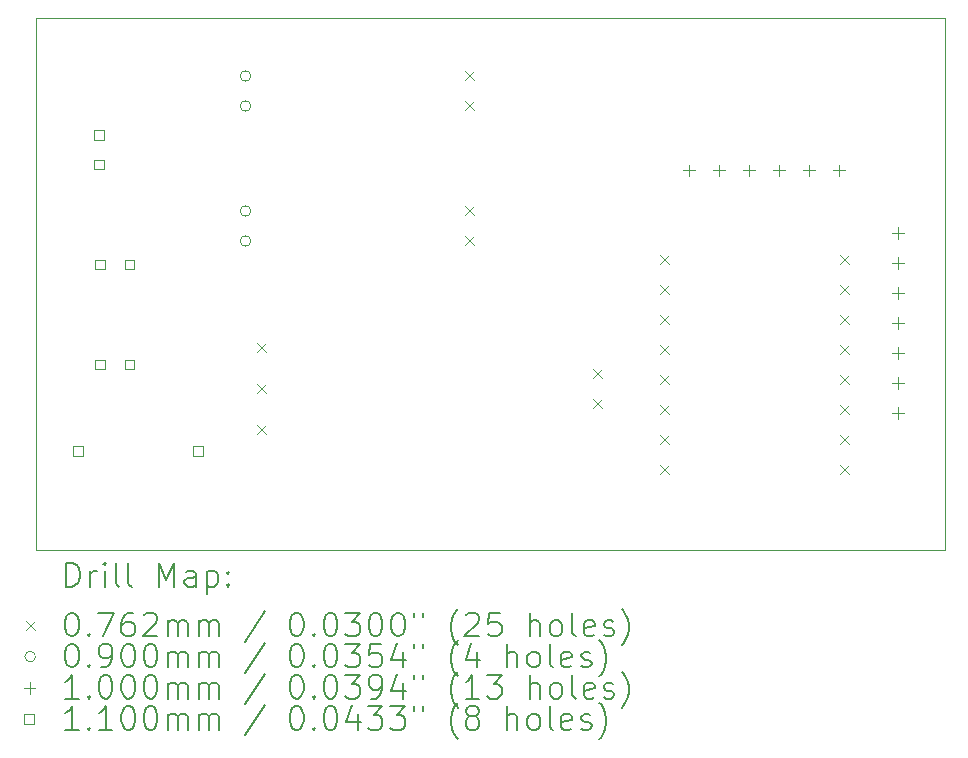
<source format=gbr>
%TF.GenerationSoftware,KiCad,Pcbnew,8.0.8*%
%TF.CreationDate,2025-01-15T16:31:18-08:00*%
%TF.ProjectId,bentroller,62656e74-726f-46c6-9c65-722e6b696361,rev?*%
%TF.SameCoordinates,Original*%
%TF.FileFunction,Drillmap*%
%TF.FilePolarity,Positive*%
%FSLAX45Y45*%
G04 Gerber Fmt 4.5, Leading zero omitted, Abs format (unit mm)*
G04 Created by KiCad (PCBNEW 8.0.8) date 2025-01-15 16:31:18*
%MOMM*%
%LPD*%
G01*
G04 APERTURE LIST*
%ADD10C,0.038100*%
%ADD11C,0.200000*%
%ADD12C,0.100000*%
%ADD13C,0.110000*%
G04 APERTURE END LIST*
D10*
X6450000Y-3810000D02*
X14150000Y-3810000D01*
X14150000Y-8310000D01*
X6450000Y-8310000D01*
X6450000Y-3810000D01*
D11*
D12*
X8321900Y-6558900D02*
X8398100Y-6635100D01*
X8398100Y-6558900D02*
X8321900Y-6635100D01*
X8321900Y-6908900D02*
X8398100Y-6985100D01*
X8398100Y-6908900D02*
X8321900Y-6985100D01*
X8321900Y-7258900D02*
X8398100Y-7335100D01*
X8398100Y-7258900D02*
X8321900Y-7335100D01*
X10088700Y-4261900D02*
X10164900Y-4338100D01*
X10164900Y-4261900D02*
X10088700Y-4338100D01*
X10088700Y-4515900D02*
X10164900Y-4592100D01*
X10164900Y-4515900D02*
X10088700Y-4592100D01*
X10088700Y-5404900D02*
X10164900Y-5481100D01*
X10164900Y-5404900D02*
X10088700Y-5481100D01*
X10088700Y-5658900D02*
X10164900Y-5735100D01*
X10164900Y-5658900D02*
X10088700Y-5735100D01*
X11171900Y-6781900D02*
X11248100Y-6858100D01*
X11248100Y-6781900D02*
X11171900Y-6858100D01*
X11171900Y-7035900D02*
X11248100Y-7112100D01*
X11248100Y-7035900D02*
X11171900Y-7112100D01*
X11737900Y-5811900D02*
X11814100Y-5888100D01*
X11814100Y-5811900D02*
X11737900Y-5888100D01*
X11737900Y-6065900D02*
X11814100Y-6142100D01*
X11814100Y-6065900D02*
X11737900Y-6142100D01*
X11737900Y-6319900D02*
X11814100Y-6396100D01*
X11814100Y-6319900D02*
X11737900Y-6396100D01*
X11737900Y-6573900D02*
X11814100Y-6650100D01*
X11814100Y-6573900D02*
X11737900Y-6650100D01*
X11737900Y-6827900D02*
X11814100Y-6904100D01*
X11814100Y-6827900D02*
X11737900Y-6904100D01*
X11737900Y-7081900D02*
X11814100Y-7158100D01*
X11814100Y-7081900D02*
X11737900Y-7158100D01*
X11737900Y-7335900D02*
X11814100Y-7412100D01*
X11814100Y-7335900D02*
X11737900Y-7412100D01*
X11737900Y-7589900D02*
X11814100Y-7666100D01*
X11814100Y-7589900D02*
X11737900Y-7666100D01*
X13261900Y-5811900D02*
X13338100Y-5888100D01*
X13338100Y-5811900D02*
X13261900Y-5888100D01*
X13261900Y-6065900D02*
X13338100Y-6142100D01*
X13338100Y-6065900D02*
X13261900Y-6142100D01*
X13261900Y-6319900D02*
X13338100Y-6396100D01*
X13338100Y-6319900D02*
X13261900Y-6396100D01*
X13261900Y-6573900D02*
X13338100Y-6650100D01*
X13338100Y-6573900D02*
X13261900Y-6650100D01*
X13261900Y-6827900D02*
X13338100Y-6904100D01*
X13338100Y-6827900D02*
X13261900Y-6904100D01*
X13261900Y-7081900D02*
X13338100Y-7158100D01*
X13338100Y-7081900D02*
X13261900Y-7158100D01*
X13261900Y-7335900D02*
X13338100Y-7412100D01*
X13338100Y-7335900D02*
X13261900Y-7412100D01*
X13261900Y-7589900D02*
X13338100Y-7666100D01*
X13338100Y-7589900D02*
X13261900Y-7666100D01*
X8271800Y-4300000D02*
G75*
G02*
X8181800Y-4300000I-45000J0D01*
G01*
X8181800Y-4300000D02*
G75*
G02*
X8271800Y-4300000I45000J0D01*
G01*
X8271800Y-4554000D02*
G75*
G02*
X8181800Y-4554000I-45000J0D01*
G01*
X8181800Y-4554000D02*
G75*
G02*
X8271800Y-4554000I45000J0D01*
G01*
X8271800Y-5443000D02*
G75*
G02*
X8181800Y-5443000I-45000J0D01*
G01*
X8181800Y-5443000D02*
G75*
G02*
X8271800Y-5443000I45000J0D01*
G01*
X8271800Y-5697000D02*
G75*
G02*
X8181800Y-5697000I-45000J0D01*
G01*
X8181800Y-5697000D02*
G75*
G02*
X8271800Y-5697000I45000J0D01*
G01*
X11984000Y-5050000D02*
X11984000Y-5150000D01*
X11934000Y-5100000D02*
X12034000Y-5100000D01*
X12238000Y-5050000D02*
X12238000Y-5150000D01*
X12188000Y-5100000D02*
X12288000Y-5100000D01*
X12492000Y-5050000D02*
X12492000Y-5150000D01*
X12442000Y-5100000D02*
X12542000Y-5100000D01*
X12746000Y-5050000D02*
X12746000Y-5150000D01*
X12696000Y-5100000D02*
X12796000Y-5100000D01*
X13000000Y-5050000D02*
X13000000Y-5150000D01*
X12950000Y-5100000D02*
X13050000Y-5100000D01*
X13254000Y-5050000D02*
X13254000Y-5150000D01*
X13204000Y-5100000D02*
X13304000Y-5100000D01*
X13750000Y-5580000D02*
X13750000Y-5680000D01*
X13700000Y-5630000D02*
X13800000Y-5630000D01*
X13750000Y-5834000D02*
X13750000Y-5934000D01*
X13700000Y-5884000D02*
X13800000Y-5884000D01*
X13750000Y-6088000D02*
X13750000Y-6188000D01*
X13700000Y-6138000D02*
X13800000Y-6138000D01*
X13750000Y-6342000D02*
X13750000Y-6442000D01*
X13700000Y-6392000D02*
X13800000Y-6392000D01*
X13750000Y-6596000D02*
X13750000Y-6696000D01*
X13700000Y-6646000D02*
X13800000Y-6646000D01*
X13750000Y-6850000D02*
X13750000Y-6950000D01*
X13700000Y-6900000D02*
X13800000Y-6900000D01*
X13750000Y-7104000D02*
X13750000Y-7204000D01*
X13700000Y-7154000D02*
X13800000Y-7154000D01*
D13*
X6847891Y-7513891D02*
X6847891Y-7436109D01*
X6770109Y-7436109D01*
X6770109Y-7513891D01*
X6847891Y-7513891D01*
X7024891Y-4838891D02*
X7024891Y-4761109D01*
X6947109Y-4761109D01*
X6947109Y-4838891D01*
X7024891Y-4838891D01*
X7024891Y-5088891D02*
X7024891Y-5011109D01*
X6947109Y-5011109D01*
X6947109Y-5088891D01*
X7024891Y-5088891D01*
X7032891Y-5938391D02*
X7032891Y-5860609D01*
X6955109Y-5860609D01*
X6955109Y-5938391D01*
X7032891Y-5938391D01*
X7032891Y-6778391D02*
X7032891Y-6700609D01*
X6955109Y-6700609D01*
X6955109Y-6778391D01*
X7032891Y-6778391D01*
X7282891Y-5938391D02*
X7282891Y-5860609D01*
X7205109Y-5860609D01*
X7205109Y-5938391D01*
X7282891Y-5938391D01*
X7282891Y-6778391D02*
X7282891Y-6700609D01*
X7205109Y-6700609D01*
X7205109Y-6778391D01*
X7282891Y-6778391D01*
X7863891Y-7513891D02*
X7863891Y-7436109D01*
X7786109Y-7436109D01*
X7786109Y-7513891D01*
X7863891Y-7513891D01*
D11*
X6708872Y-8623389D02*
X6708872Y-8423389D01*
X6708872Y-8423389D02*
X6756491Y-8423389D01*
X6756491Y-8423389D02*
X6785062Y-8432913D01*
X6785062Y-8432913D02*
X6804110Y-8451960D01*
X6804110Y-8451960D02*
X6813634Y-8471008D01*
X6813634Y-8471008D02*
X6823157Y-8509103D01*
X6823157Y-8509103D02*
X6823157Y-8537675D01*
X6823157Y-8537675D02*
X6813634Y-8575770D01*
X6813634Y-8575770D02*
X6804110Y-8594817D01*
X6804110Y-8594817D02*
X6785062Y-8613865D01*
X6785062Y-8613865D02*
X6756491Y-8623389D01*
X6756491Y-8623389D02*
X6708872Y-8623389D01*
X6908872Y-8623389D02*
X6908872Y-8490055D01*
X6908872Y-8528151D02*
X6918396Y-8509103D01*
X6918396Y-8509103D02*
X6927919Y-8499579D01*
X6927919Y-8499579D02*
X6946967Y-8490055D01*
X6946967Y-8490055D02*
X6966015Y-8490055D01*
X7032681Y-8623389D02*
X7032681Y-8490055D01*
X7032681Y-8423389D02*
X7023157Y-8432913D01*
X7023157Y-8432913D02*
X7032681Y-8442436D01*
X7032681Y-8442436D02*
X7042205Y-8432913D01*
X7042205Y-8432913D02*
X7032681Y-8423389D01*
X7032681Y-8423389D02*
X7032681Y-8442436D01*
X7156491Y-8623389D02*
X7137443Y-8613865D01*
X7137443Y-8613865D02*
X7127919Y-8594817D01*
X7127919Y-8594817D02*
X7127919Y-8423389D01*
X7261253Y-8623389D02*
X7242205Y-8613865D01*
X7242205Y-8613865D02*
X7232681Y-8594817D01*
X7232681Y-8594817D02*
X7232681Y-8423389D01*
X7489824Y-8623389D02*
X7489824Y-8423389D01*
X7489824Y-8423389D02*
X7556491Y-8566246D01*
X7556491Y-8566246D02*
X7623157Y-8423389D01*
X7623157Y-8423389D02*
X7623157Y-8623389D01*
X7804110Y-8623389D02*
X7804110Y-8518627D01*
X7804110Y-8518627D02*
X7794586Y-8499579D01*
X7794586Y-8499579D02*
X7775538Y-8490055D01*
X7775538Y-8490055D02*
X7737443Y-8490055D01*
X7737443Y-8490055D02*
X7718396Y-8499579D01*
X7804110Y-8613865D02*
X7785062Y-8623389D01*
X7785062Y-8623389D02*
X7737443Y-8623389D01*
X7737443Y-8623389D02*
X7718396Y-8613865D01*
X7718396Y-8613865D02*
X7708872Y-8594817D01*
X7708872Y-8594817D02*
X7708872Y-8575770D01*
X7708872Y-8575770D02*
X7718396Y-8556722D01*
X7718396Y-8556722D02*
X7737443Y-8547198D01*
X7737443Y-8547198D02*
X7785062Y-8547198D01*
X7785062Y-8547198D02*
X7804110Y-8537675D01*
X7899348Y-8490055D02*
X7899348Y-8690055D01*
X7899348Y-8499579D02*
X7918396Y-8490055D01*
X7918396Y-8490055D02*
X7956491Y-8490055D01*
X7956491Y-8490055D02*
X7975538Y-8499579D01*
X7975538Y-8499579D02*
X7985062Y-8509103D01*
X7985062Y-8509103D02*
X7994586Y-8528151D01*
X7994586Y-8528151D02*
X7994586Y-8585294D01*
X7994586Y-8585294D02*
X7985062Y-8604341D01*
X7985062Y-8604341D02*
X7975538Y-8613865D01*
X7975538Y-8613865D02*
X7956491Y-8623389D01*
X7956491Y-8623389D02*
X7918396Y-8623389D01*
X7918396Y-8623389D02*
X7899348Y-8613865D01*
X8080300Y-8604341D02*
X8089824Y-8613865D01*
X8089824Y-8613865D02*
X8080300Y-8623389D01*
X8080300Y-8623389D02*
X8070777Y-8613865D01*
X8070777Y-8613865D02*
X8080300Y-8604341D01*
X8080300Y-8604341D02*
X8080300Y-8623389D01*
X8080300Y-8499579D02*
X8089824Y-8509103D01*
X8089824Y-8509103D02*
X8080300Y-8518627D01*
X8080300Y-8518627D02*
X8070777Y-8509103D01*
X8070777Y-8509103D02*
X8080300Y-8499579D01*
X8080300Y-8499579D02*
X8080300Y-8518627D01*
D12*
X6371895Y-8913805D02*
X6448095Y-8990005D01*
X6448095Y-8913805D02*
X6371895Y-8990005D01*
D11*
X6746967Y-8843389D02*
X6766015Y-8843389D01*
X6766015Y-8843389D02*
X6785062Y-8852913D01*
X6785062Y-8852913D02*
X6794586Y-8862436D01*
X6794586Y-8862436D02*
X6804110Y-8881484D01*
X6804110Y-8881484D02*
X6813634Y-8919579D01*
X6813634Y-8919579D02*
X6813634Y-8967198D01*
X6813634Y-8967198D02*
X6804110Y-9005294D01*
X6804110Y-9005294D02*
X6794586Y-9024341D01*
X6794586Y-9024341D02*
X6785062Y-9033865D01*
X6785062Y-9033865D02*
X6766015Y-9043389D01*
X6766015Y-9043389D02*
X6746967Y-9043389D01*
X6746967Y-9043389D02*
X6727919Y-9033865D01*
X6727919Y-9033865D02*
X6718396Y-9024341D01*
X6718396Y-9024341D02*
X6708872Y-9005294D01*
X6708872Y-9005294D02*
X6699348Y-8967198D01*
X6699348Y-8967198D02*
X6699348Y-8919579D01*
X6699348Y-8919579D02*
X6708872Y-8881484D01*
X6708872Y-8881484D02*
X6718396Y-8862436D01*
X6718396Y-8862436D02*
X6727919Y-8852913D01*
X6727919Y-8852913D02*
X6746967Y-8843389D01*
X6899348Y-9024341D02*
X6908872Y-9033865D01*
X6908872Y-9033865D02*
X6899348Y-9043389D01*
X6899348Y-9043389D02*
X6889824Y-9033865D01*
X6889824Y-9033865D02*
X6899348Y-9024341D01*
X6899348Y-9024341D02*
X6899348Y-9043389D01*
X6975538Y-8843389D02*
X7108872Y-8843389D01*
X7108872Y-8843389D02*
X7023157Y-9043389D01*
X7270777Y-8843389D02*
X7232681Y-8843389D01*
X7232681Y-8843389D02*
X7213634Y-8852913D01*
X7213634Y-8852913D02*
X7204110Y-8862436D01*
X7204110Y-8862436D02*
X7185062Y-8891008D01*
X7185062Y-8891008D02*
X7175538Y-8929103D01*
X7175538Y-8929103D02*
X7175538Y-9005294D01*
X7175538Y-9005294D02*
X7185062Y-9024341D01*
X7185062Y-9024341D02*
X7194586Y-9033865D01*
X7194586Y-9033865D02*
X7213634Y-9043389D01*
X7213634Y-9043389D02*
X7251729Y-9043389D01*
X7251729Y-9043389D02*
X7270777Y-9033865D01*
X7270777Y-9033865D02*
X7280300Y-9024341D01*
X7280300Y-9024341D02*
X7289824Y-9005294D01*
X7289824Y-9005294D02*
X7289824Y-8957675D01*
X7289824Y-8957675D02*
X7280300Y-8938627D01*
X7280300Y-8938627D02*
X7270777Y-8929103D01*
X7270777Y-8929103D02*
X7251729Y-8919579D01*
X7251729Y-8919579D02*
X7213634Y-8919579D01*
X7213634Y-8919579D02*
X7194586Y-8929103D01*
X7194586Y-8929103D02*
X7185062Y-8938627D01*
X7185062Y-8938627D02*
X7175538Y-8957675D01*
X7366015Y-8862436D02*
X7375538Y-8852913D01*
X7375538Y-8852913D02*
X7394586Y-8843389D01*
X7394586Y-8843389D02*
X7442205Y-8843389D01*
X7442205Y-8843389D02*
X7461253Y-8852913D01*
X7461253Y-8852913D02*
X7470777Y-8862436D01*
X7470777Y-8862436D02*
X7480300Y-8881484D01*
X7480300Y-8881484D02*
X7480300Y-8900532D01*
X7480300Y-8900532D02*
X7470777Y-8929103D01*
X7470777Y-8929103D02*
X7356491Y-9043389D01*
X7356491Y-9043389D02*
X7480300Y-9043389D01*
X7566015Y-9043389D02*
X7566015Y-8910055D01*
X7566015Y-8929103D02*
X7575538Y-8919579D01*
X7575538Y-8919579D02*
X7594586Y-8910055D01*
X7594586Y-8910055D02*
X7623158Y-8910055D01*
X7623158Y-8910055D02*
X7642205Y-8919579D01*
X7642205Y-8919579D02*
X7651729Y-8938627D01*
X7651729Y-8938627D02*
X7651729Y-9043389D01*
X7651729Y-8938627D02*
X7661253Y-8919579D01*
X7661253Y-8919579D02*
X7680300Y-8910055D01*
X7680300Y-8910055D02*
X7708872Y-8910055D01*
X7708872Y-8910055D02*
X7727919Y-8919579D01*
X7727919Y-8919579D02*
X7737443Y-8938627D01*
X7737443Y-8938627D02*
X7737443Y-9043389D01*
X7832681Y-9043389D02*
X7832681Y-8910055D01*
X7832681Y-8929103D02*
X7842205Y-8919579D01*
X7842205Y-8919579D02*
X7861253Y-8910055D01*
X7861253Y-8910055D02*
X7889824Y-8910055D01*
X7889824Y-8910055D02*
X7908872Y-8919579D01*
X7908872Y-8919579D02*
X7918396Y-8938627D01*
X7918396Y-8938627D02*
X7918396Y-9043389D01*
X7918396Y-8938627D02*
X7927919Y-8919579D01*
X7927919Y-8919579D02*
X7946967Y-8910055D01*
X7946967Y-8910055D02*
X7975538Y-8910055D01*
X7975538Y-8910055D02*
X7994586Y-8919579D01*
X7994586Y-8919579D02*
X8004110Y-8938627D01*
X8004110Y-8938627D02*
X8004110Y-9043389D01*
X8394586Y-8833865D02*
X8223158Y-9091008D01*
X8651729Y-8843389D02*
X8670777Y-8843389D01*
X8670777Y-8843389D02*
X8689824Y-8852913D01*
X8689824Y-8852913D02*
X8699348Y-8862436D01*
X8699348Y-8862436D02*
X8708872Y-8881484D01*
X8708872Y-8881484D02*
X8718396Y-8919579D01*
X8718396Y-8919579D02*
X8718396Y-8967198D01*
X8718396Y-8967198D02*
X8708872Y-9005294D01*
X8708872Y-9005294D02*
X8699348Y-9024341D01*
X8699348Y-9024341D02*
X8689824Y-9033865D01*
X8689824Y-9033865D02*
X8670777Y-9043389D01*
X8670777Y-9043389D02*
X8651729Y-9043389D01*
X8651729Y-9043389D02*
X8632682Y-9033865D01*
X8632682Y-9033865D02*
X8623158Y-9024341D01*
X8623158Y-9024341D02*
X8613634Y-9005294D01*
X8613634Y-9005294D02*
X8604110Y-8967198D01*
X8604110Y-8967198D02*
X8604110Y-8919579D01*
X8604110Y-8919579D02*
X8613634Y-8881484D01*
X8613634Y-8881484D02*
X8623158Y-8862436D01*
X8623158Y-8862436D02*
X8632682Y-8852913D01*
X8632682Y-8852913D02*
X8651729Y-8843389D01*
X8804110Y-9024341D02*
X8813634Y-9033865D01*
X8813634Y-9033865D02*
X8804110Y-9043389D01*
X8804110Y-9043389D02*
X8794586Y-9033865D01*
X8794586Y-9033865D02*
X8804110Y-9024341D01*
X8804110Y-9024341D02*
X8804110Y-9043389D01*
X8937443Y-8843389D02*
X8956491Y-8843389D01*
X8956491Y-8843389D02*
X8975539Y-8852913D01*
X8975539Y-8852913D02*
X8985063Y-8862436D01*
X8985063Y-8862436D02*
X8994586Y-8881484D01*
X8994586Y-8881484D02*
X9004110Y-8919579D01*
X9004110Y-8919579D02*
X9004110Y-8967198D01*
X9004110Y-8967198D02*
X8994586Y-9005294D01*
X8994586Y-9005294D02*
X8985063Y-9024341D01*
X8985063Y-9024341D02*
X8975539Y-9033865D01*
X8975539Y-9033865D02*
X8956491Y-9043389D01*
X8956491Y-9043389D02*
X8937443Y-9043389D01*
X8937443Y-9043389D02*
X8918396Y-9033865D01*
X8918396Y-9033865D02*
X8908872Y-9024341D01*
X8908872Y-9024341D02*
X8899348Y-9005294D01*
X8899348Y-9005294D02*
X8889824Y-8967198D01*
X8889824Y-8967198D02*
X8889824Y-8919579D01*
X8889824Y-8919579D02*
X8899348Y-8881484D01*
X8899348Y-8881484D02*
X8908872Y-8862436D01*
X8908872Y-8862436D02*
X8918396Y-8852913D01*
X8918396Y-8852913D02*
X8937443Y-8843389D01*
X9070777Y-8843389D02*
X9194586Y-8843389D01*
X9194586Y-8843389D02*
X9127920Y-8919579D01*
X9127920Y-8919579D02*
X9156491Y-8919579D01*
X9156491Y-8919579D02*
X9175539Y-8929103D01*
X9175539Y-8929103D02*
X9185063Y-8938627D01*
X9185063Y-8938627D02*
X9194586Y-8957675D01*
X9194586Y-8957675D02*
X9194586Y-9005294D01*
X9194586Y-9005294D02*
X9185063Y-9024341D01*
X9185063Y-9024341D02*
X9175539Y-9033865D01*
X9175539Y-9033865D02*
X9156491Y-9043389D01*
X9156491Y-9043389D02*
X9099348Y-9043389D01*
X9099348Y-9043389D02*
X9080301Y-9033865D01*
X9080301Y-9033865D02*
X9070777Y-9024341D01*
X9318396Y-8843389D02*
X9337444Y-8843389D01*
X9337444Y-8843389D02*
X9356491Y-8852913D01*
X9356491Y-8852913D02*
X9366015Y-8862436D01*
X9366015Y-8862436D02*
X9375539Y-8881484D01*
X9375539Y-8881484D02*
X9385063Y-8919579D01*
X9385063Y-8919579D02*
X9385063Y-8967198D01*
X9385063Y-8967198D02*
X9375539Y-9005294D01*
X9375539Y-9005294D02*
X9366015Y-9024341D01*
X9366015Y-9024341D02*
X9356491Y-9033865D01*
X9356491Y-9033865D02*
X9337444Y-9043389D01*
X9337444Y-9043389D02*
X9318396Y-9043389D01*
X9318396Y-9043389D02*
X9299348Y-9033865D01*
X9299348Y-9033865D02*
X9289824Y-9024341D01*
X9289824Y-9024341D02*
X9280301Y-9005294D01*
X9280301Y-9005294D02*
X9270777Y-8967198D01*
X9270777Y-8967198D02*
X9270777Y-8919579D01*
X9270777Y-8919579D02*
X9280301Y-8881484D01*
X9280301Y-8881484D02*
X9289824Y-8862436D01*
X9289824Y-8862436D02*
X9299348Y-8852913D01*
X9299348Y-8852913D02*
X9318396Y-8843389D01*
X9508872Y-8843389D02*
X9527920Y-8843389D01*
X9527920Y-8843389D02*
X9546967Y-8852913D01*
X9546967Y-8852913D02*
X9556491Y-8862436D01*
X9556491Y-8862436D02*
X9566015Y-8881484D01*
X9566015Y-8881484D02*
X9575539Y-8919579D01*
X9575539Y-8919579D02*
X9575539Y-8967198D01*
X9575539Y-8967198D02*
X9566015Y-9005294D01*
X9566015Y-9005294D02*
X9556491Y-9024341D01*
X9556491Y-9024341D02*
X9546967Y-9033865D01*
X9546967Y-9033865D02*
X9527920Y-9043389D01*
X9527920Y-9043389D02*
X9508872Y-9043389D01*
X9508872Y-9043389D02*
X9489824Y-9033865D01*
X9489824Y-9033865D02*
X9480301Y-9024341D01*
X9480301Y-9024341D02*
X9470777Y-9005294D01*
X9470777Y-9005294D02*
X9461253Y-8967198D01*
X9461253Y-8967198D02*
X9461253Y-8919579D01*
X9461253Y-8919579D02*
X9470777Y-8881484D01*
X9470777Y-8881484D02*
X9480301Y-8862436D01*
X9480301Y-8862436D02*
X9489824Y-8852913D01*
X9489824Y-8852913D02*
X9508872Y-8843389D01*
X9651729Y-8843389D02*
X9651729Y-8881484D01*
X9727920Y-8843389D02*
X9727920Y-8881484D01*
X10023158Y-9119579D02*
X10013634Y-9110055D01*
X10013634Y-9110055D02*
X9994586Y-9081484D01*
X9994586Y-9081484D02*
X9985063Y-9062436D01*
X9985063Y-9062436D02*
X9975539Y-9033865D01*
X9975539Y-9033865D02*
X9966015Y-8986246D01*
X9966015Y-8986246D02*
X9966015Y-8948151D01*
X9966015Y-8948151D02*
X9975539Y-8900532D01*
X9975539Y-8900532D02*
X9985063Y-8871960D01*
X9985063Y-8871960D02*
X9994586Y-8852913D01*
X9994586Y-8852913D02*
X10013634Y-8824341D01*
X10013634Y-8824341D02*
X10023158Y-8814817D01*
X10089825Y-8862436D02*
X10099348Y-8852913D01*
X10099348Y-8852913D02*
X10118396Y-8843389D01*
X10118396Y-8843389D02*
X10166015Y-8843389D01*
X10166015Y-8843389D02*
X10185063Y-8852913D01*
X10185063Y-8852913D02*
X10194586Y-8862436D01*
X10194586Y-8862436D02*
X10204110Y-8881484D01*
X10204110Y-8881484D02*
X10204110Y-8900532D01*
X10204110Y-8900532D02*
X10194586Y-8929103D01*
X10194586Y-8929103D02*
X10080301Y-9043389D01*
X10080301Y-9043389D02*
X10204110Y-9043389D01*
X10385063Y-8843389D02*
X10289825Y-8843389D01*
X10289825Y-8843389D02*
X10280301Y-8938627D01*
X10280301Y-8938627D02*
X10289825Y-8929103D01*
X10289825Y-8929103D02*
X10308872Y-8919579D01*
X10308872Y-8919579D02*
X10356491Y-8919579D01*
X10356491Y-8919579D02*
X10375539Y-8929103D01*
X10375539Y-8929103D02*
X10385063Y-8938627D01*
X10385063Y-8938627D02*
X10394586Y-8957675D01*
X10394586Y-8957675D02*
X10394586Y-9005294D01*
X10394586Y-9005294D02*
X10385063Y-9024341D01*
X10385063Y-9024341D02*
X10375539Y-9033865D01*
X10375539Y-9033865D02*
X10356491Y-9043389D01*
X10356491Y-9043389D02*
X10308872Y-9043389D01*
X10308872Y-9043389D02*
X10289825Y-9033865D01*
X10289825Y-9033865D02*
X10280301Y-9024341D01*
X10632682Y-9043389D02*
X10632682Y-8843389D01*
X10718396Y-9043389D02*
X10718396Y-8938627D01*
X10718396Y-8938627D02*
X10708872Y-8919579D01*
X10708872Y-8919579D02*
X10689825Y-8910055D01*
X10689825Y-8910055D02*
X10661253Y-8910055D01*
X10661253Y-8910055D02*
X10642206Y-8919579D01*
X10642206Y-8919579D02*
X10632682Y-8929103D01*
X10842206Y-9043389D02*
X10823158Y-9033865D01*
X10823158Y-9033865D02*
X10813634Y-9024341D01*
X10813634Y-9024341D02*
X10804110Y-9005294D01*
X10804110Y-9005294D02*
X10804110Y-8948151D01*
X10804110Y-8948151D02*
X10813634Y-8929103D01*
X10813634Y-8929103D02*
X10823158Y-8919579D01*
X10823158Y-8919579D02*
X10842206Y-8910055D01*
X10842206Y-8910055D02*
X10870777Y-8910055D01*
X10870777Y-8910055D02*
X10889825Y-8919579D01*
X10889825Y-8919579D02*
X10899348Y-8929103D01*
X10899348Y-8929103D02*
X10908872Y-8948151D01*
X10908872Y-8948151D02*
X10908872Y-9005294D01*
X10908872Y-9005294D02*
X10899348Y-9024341D01*
X10899348Y-9024341D02*
X10889825Y-9033865D01*
X10889825Y-9033865D02*
X10870777Y-9043389D01*
X10870777Y-9043389D02*
X10842206Y-9043389D01*
X11023158Y-9043389D02*
X11004110Y-9033865D01*
X11004110Y-9033865D02*
X10994587Y-9014817D01*
X10994587Y-9014817D02*
X10994587Y-8843389D01*
X11175539Y-9033865D02*
X11156491Y-9043389D01*
X11156491Y-9043389D02*
X11118396Y-9043389D01*
X11118396Y-9043389D02*
X11099348Y-9033865D01*
X11099348Y-9033865D02*
X11089825Y-9014817D01*
X11089825Y-9014817D02*
X11089825Y-8938627D01*
X11089825Y-8938627D02*
X11099348Y-8919579D01*
X11099348Y-8919579D02*
X11118396Y-8910055D01*
X11118396Y-8910055D02*
X11156491Y-8910055D01*
X11156491Y-8910055D02*
X11175539Y-8919579D01*
X11175539Y-8919579D02*
X11185063Y-8938627D01*
X11185063Y-8938627D02*
X11185063Y-8957675D01*
X11185063Y-8957675D02*
X11089825Y-8976722D01*
X11261253Y-9033865D02*
X11280301Y-9043389D01*
X11280301Y-9043389D02*
X11318396Y-9043389D01*
X11318396Y-9043389D02*
X11337444Y-9033865D01*
X11337444Y-9033865D02*
X11346967Y-9014817D01*
X11346967Y-9014817D02*
X11346967Y-9005294D01*
X11346967Y-9005294D02*
X11337444Y-8986246D01*
X11337444Y-8986246D02*
X11318396Y-8976722D01*
X11318396Y-8976722D02*
X11289825Y-8976722D01*
X11289825Y-8976722D02*
X11270777Y-8967198D01*
X11270777Y-8967198D02*
X11261253Y-8948151D01*
X11261253Y-8948151D02*
X11261253Y-8938627D01*
X11261253Y-8938627D02*
X11270777Y-8919579D01*
X11270777Y-8919579D02*
X11289825Y-8910055D01*
X11289825Y-8910055D02*
X11318396Y-8910055D01*
X11318396Y-8910055D02*
X11337444Y-8919579D01*
X11413634Y-9119579D02*
X11423158Y-9110055D01*
X11423158Y-9110055D02*
X11442206Y-9081484D01*
X11442206Y-9081484D02*
X11451729Y-9062436D01*
X11451729Y-9062436D02*
X11461253Y-9033865D01*
X11461253Y-9033865D02*
X11470777Y-8986246D01*
X11470777Y-8986246D02*
X11470777Y-8948151D01*
X11470777Y-8948151D02*
X11461253Y-8900532D01*
X11461253Y-8900532D02*
X11451729Y-8871960D01*
X11451729Y-8871960D02*
X11442206Y-8852913D01*
X11442206Y-8852913D02*
X11423158Y-8824341D01*
X11423158Y-8824341D02*
X11413634Y-8814817D01*
D12*
X6448095Y-9215905D02*
G75*
G02*
X6358095Y-9215905I-45000J0D01*
G01*
X6358095Y-9215905D02*
G75*
G02*
X6448095Y-9215905I45000J0D01*
G01*
D11*
X6746967Y-9107389D02*
X6766015Y-9107389D01*
X6766015Y-9107389D02*
X6785062Y-9116913D01*
X6785062Y-9116913D02*
X6794586Y-9126436D01*
X6794586Y-9126436D02*
X6804110Y-9145484D01*
X6804110Y-9145484D02*
X6813634Y-9183579D01*
X6813634Y-9183579D02*
X6813634Y-9231198D01*
X6813634Y-9231198D02*
X6804110Y-9269294D01*
X6804110Y-9269294D02*
X6794586Y-9288341D01*
X6794586Y-9288341D02*
X6785062Y-9297865D01*
X6785062Y-9297865D02*
X6766015Y-9307389D01*
X6766015Y-9307389D02*
X6746967Y-9307389D01*
X6746967Y-9307389D02*
X6727919Y-9297865D01*
X6727919Y-9297865D02*
X6718396Y-9288341D01*
X6718396Y-9288341D02*
X6708872Y-9269294D01*
X6708872Y-9269294D02*
X6699348Y-9231198D01*
X6699348Y-9231198D02*
X6699348Y-9183579D01*
X6699348Y-9183579D02*
X6708872Y-9145484D01*
X6708872Y-9145484D02*
X6718396Y-9126436D01*
X6718396Y-9126436D02*
X6727919Y-9116913D01*
X6727919Y-9116913D02*
X6746967Y-9107389D01*
X6899348Y-9288341D02*
X6908872Y-9297865D01*
X6908872Y-9297865D02*
X6899348Y-9307389D01*
X6899348Y-9307389D02*
X6889824Y-9297865D01*
X6889824Y-9297865D02*
X6899348Y-9288341D01*
X6899348Y-9288341D02*
X6899348Y-9307389D01*
X7004110Y-9307389D02*
X7042205Y-9307389D01*
X7042205Y-9307389D02*
X7061253Y-9297865D01*
X7061253Y-9297865D02*
X7070777Y-9288341D01*
X7070777Y-9288341D02*
X7089824Y-9259770D01*
X7089824Y-9259770D02*
X7099348Y-9221675D01*
X7099348Y-9221675D02*
X7099348Y-9145484D01*
X7099348Y-9145484D02*
X7089824Y-9126436D01*
X7089824Y-9126436D02*
X7080300Y-9116913D01*
X7080300Y-9116913D02*
X7061253Y-9107389D01*
X7061253Y-9107389D02*
X7023157Y-9107389D01*
X7023157Y-9107389D02*
X7004110Y-9116913D01*
X7004110Y-9116913D02*
X6994586Y-9126436D01*
X6994586Y-9126436D02*
X6985062Y-9145484D01*
X6985062Y-9145484D02*
X6985062Y-9193103D01*
X6985062Y-9193103D02*
X6994586Y-9212151D01*
X6994586Y-9212151D02*
X7004110Y-9221675D01*
X7004110Y-9221675D02*
X7023157Y-9231198D01*
X7023157Y-9231198D02*
X7061253Y-9231198D01*
X7061253Y-9231198D02*
X7080300Y-9221675D01*
X7080300Y-9221675D02*
X7089824Y-9212151D01*
X7089824Y-9212151D02*
X7099348Y-9193103D01*
X7223157Y-9107389D02*
X7242205Y-9107389D01*
X7242205Y-9107389D02*
X7261253Y-9116913D01*
X7261253Y-9116913D02*
X7270777Y-9126436D01*
X7270777Y-9126436D02*
X7280300Y-9145484D01*
X7280300Y-9145484D02*
X7289824Y-9183579D01*
X7289824Y-9183579D02*
X7289824Y-9231198D01*
X7289824Y-9231198D02*
X7280300Y-9269294D01*
X7280300Y-9269294D02*
X7270777Y-9288341D01*
X7270777Y-9288341D02*
X7261253Y-9297865D01*
X7261253Y-9297865D02*
X7242205Y-9307389D01*
X7242205Y-9307389D02*
X7223157Y-9307389D01*
X7223157Y-9307389D02*
X7204110Y-9297865D01*
X7204110Y-9297865D02*
X7194586Y-9288341D01*
X7194586Y-9288341D02*
X7185062Y-9269294D01*
X7185062Y-9269294D02*
X7175538Y-9231198D01*
X7175538Y-9231198D02*
X7175538Y-9183579D01*
X7175538Y-9183579D02*
X7185062Y-9145484D01*
X7185062Y-9145484D02*
X7194586Y-9126436D01*
X7194586Y-9126436D02*
X7204110Y-9116913D01*
X7204110Y-9116913D02*
X7223157Y-9107389D01*
X7413634Y-9107389D02*
X7432681Y-9107389D01*
X7432681Y-9107389D02*
X7451729Y-9116913D01*
X7451729Y-9116913D02*
X7461253Y-9126436D01*
X7461253Y-9126436D02*
X7470777Y-9145484D01*
X7470777Y-9145484D02*
X7480300Y-9183579D01*
X7480300Y-9183579D02*
X7480300Y-9231198D01*
X7480300Y-9231198D02*
X7470777Y-9269294D01*
X7470777Y-9269294D02*
X7461253Y-9288341D01*
X7461253Y-9288341D02*
X7451729Y-9297865D01*
X7451729Y-9297865D02*
X7432681Y-9307389D01*
X7432681Y-9307389D02*
X7413634Y-9307389D01*
X7413634Y-9307389D02*
X7394586Y-9297865D01*
X7394586Y-9297865D02*
X7385062Y-9288341D01*
X7385062Y-9288341D02*
X7375538Y-9269294D01*
X7375538Y-9269294D02*
X7366015Y-9231198D01*
X7366015Y-9231198D02*
X7366015Y-9183579D01*
X7366015Y-9183579D02*
X7375538Y-9145484D01*
X7375538Y-9145484D02*
X7385062Y-9126436D01*
X7385062Y-9126436D02*
X7394586Y-9116913D01*
X7394586Y-9116913D02*
X7413634Y-9107389D01*
X7566015Y-9307389D02*
X7566015Y-9174055D01*
X7566015Y-9193103D02*
X7575538Y-9183579D01*
X7575538Y-9183579D02*
X7594586Y-9174055D01*
X7594586Y-9174055D02*
X7623158Y-9174055D01*
X7623158Y-9174055D02*
X7642205Y-9183579D01*
X7642205Y-9183579D02*
X7651729Y-9202627D01*
X7651729Y-9202627D02*
X7651729Y-9307389D01*
X7651729Y-9202627D02*
X7661253Y-9183579D01*
X7661253Y-9183579D02*
X7680300Y-9174055D01*
X7680300Y-9174055D02*
X7708872Y-9174055D01*
X7708872Y-9174055D02*
X7727919Y-9183579D01*
X7727919Y-9183579D02*
X7737443Y-9202627D01*
X7737443Y-9202627D02*
X7737443Y-9307389D01*
X7832681Y-9307389D02*
X7832681Y-9174055D01*
X7832681Y-9193103D02*
X7842205Y-9183579D01*
X7842205Y-9183579D02*
X7861253Y-9174055D01*
X7861253Y-9174055D02*
X7889824Y-9174055D01*
X7889824Y-9174055D02*
X7908872Y-9183579D01*
X7908872Y-9183579D02*
X7918396Y-9202627D01*
X7918396Y-9202627D02*
X7918396Y-9307389D01*
X7918396Y-9202627D02*
X7927919Y-9183579D01*
X7927919Y-9183579D02*
X7946967Y-9174055D01*
X7946967Y-9174055D02*
X7975538Y-9174055D01*
X7975538Y-9174055D02*
X7994586Y-9183579D01*
X7994586Y-9183579D02*
X8004110Y-9202627D01*
X8004110Y-9202627D02*
X8004110Y-9307389D01*
X8394586Y-9097865D02*
X8223158Y-9355008D01*
X8651729Y-9107389D02*
X8670777Y-9107389D01*
X8670777Y-9107389D02*
X8689824Y-9116913D01*
X8689824Y-9116913D02*
X8699348Y-9126436D01*
X8699348Y-9126436D02*
X8708872Y-9145484D01*
X8708872Y-9145484D02*
X8718396Y-9183579D01*
X8718396Y-9183579D02*
X8718396Y-9231198D01*
X8718396Y-9231198D02*
X8708872Y-9269294D01*
X8708872Y-9269294D02*
X8699348Y-9288341D01*
X8699348Y-9288341D02*
X8689824Y-9297865D01*
X8689824Y-9297865D02*
X8670777Y-9307389D01*
X8670777Y-9307389D02*
X8651729Y-9307389D01*
X8651729Y-9307389D02*
X8632682Y-9297865D01*
X8632682Y-9297865D02*
X8623158Y-9288341D01*
X8623158Y-9288341D02*
X8613634Y-9269294D01*
X8613634Y-9269294D02*
X8604110Y-9231198D01*
X8604110Y-9231198D02*
X8604110Y-9183579D01*
X8604110Y-9183579D02*
X8613634Y-9145484D01*
X8613634Y-9145484D02*
X8623158Y-9126436D01*
X8623158Y-9126436D02*
X8632682Y-9116913D01*
X8632682Y-9116913D02*
X8651729Y-9107389D01*
X8804110Y-9288341D02*
X8813634Y-9297865D01*
X8813634Y-9297865D02*
X8804110Y-9307389D01*
X8804110Y-9307389D02*
X8794586Y-9297865D01*
X8794586Y-9297865D02*
X8804110Y-9288341D01*
X8804110Y-9288341D02*
X8804110Y-9307389D01*
X8937443Y-9107389D02*
X8956491Y-9107389D01*
X8956491Y-9107389D02*
X8975539Y-9116913D01*
X8975539Y-9116913D02*
X8985063Y-9126436D01*
X8985063Y-9126436D02*
X8994586Y-9145484D01*
X8994586Y-9145484D02*
X9004110Y-9183579D01*
X9004110Y-9183579D02*
X9004110Y-9231198D01*
X9004110Y-9231198D02*
X8994586Y-9269294D01*
X8994586Y-9269294D02*
X8985063Y-9288341D01*
X8985063Y-9288341D02*
X8975539Y-9297865D01*
X8975539Y-9297865D02*
X8956491Y-9307389D01*
X8956491Y-9307389D02*
X8937443Y-9307389D01*
X8937443Y-9307389D02*
X8918396Y-9297865D01*
X8918396Y-9297865D02*
X8908872Y-9288341D01*
X8908872Y-9288341D02*
X8899348Y-9269294D01*
X8899348Y-9269294D02*
X8889824Y-9231198D01*
X8889824Y-9231198D02*
X8889824Y-9183579D01*
X8889824Y-9183579D02*
X8899348Y-9145484D01*
X8899348Y-9145484D02*
X8908872Y-9126436D01*
X8908872Y-9126436D02*
X8918396Y-9116913D01*
X8918396Y-9116913D02*
X8937443Y-9107389D01*
X9070777Y-9107389D02*
X9194586Y-9107389D01*
X9194586Y-9107389D02*
X9127920Y-9183579D01*
X9127920Y-9183579D02*
X9156491Y-9183579D01*
X9156491Y-9183579D02*
X9175539Y-9193103D01*
X9175539Y-9193103D02*
X9185063Y-9202627D01*
X9185063Y-9202627D02*
X9194586Y-9221675D01*
X9194586Y-9221675D02*
X9194586Y-9269294D01*
X9194586Y-9269294D02*
X9185063Y-9288341D01*
X9185063Y-9288341D02*
X9175539Y-9297865D01*
X9175539Y-9297865D02*
X9156491Y-9307389D01*
X9156491Y-9307389D02*
X9099348Y-9307389D01*
X9099348Y-9307389D02*
X9080301Y-9297865D01*
X9080301Y-9297865D02*
X9070777Y-9288341D01*
X9375539Y-9107389D02*
X9280301Y-9107389D01*
X9280301Y-9107389D02*
X9270777Y-9202627D01*
X9270777Y-9202627D02*
X9280301Y-9193103D01*
X9280301Y-9193103D02*
X9299348Y-9183579D01*
X9299348Y-9183579D02*
X9346967Y-9183579D01*
X9346967Y-9183579D02*
X9366015Y-9193103D01*
X9366015Y-9193103D02*
X9375539Y-9202627D01*
X9375539Y-9202627D02*
X9385063Y-9221675D01*
X9385063Y-9221675D02*
X9385063Y-9269294D01*
X9385063Y-9269294D02*
X9375539Y-9288341D01*
X9375539Y-9288341D02*
X9366015Y-9297865D01*
X9366015Y-9297865D02*
X9346967Y-9307389D01*
X9346967Y-9307389D02*
X9299348Y-9307389D01*
X9299348Y-9307389D02*
X9280301Y-9297865D01*
X9280301Y-9297865D02*
X9270777Y-9288341D01*
X9556491Y-9174055D02*
X9556491Y-9307389D01*
X9508872Y-9097865D02*
X9461253Y-9240722D01*
X9461253Y-9240722D02*
X9585063Y-9240722D01*
X9651729Y-9107389D02*
X9651729Y-9145484D01*
X9727920Y-9107389D02*
X9727920Y-9145484D01*
X10023158Y-9383579D02*
X10013634Y-9374055D01*
X10013634Y-9374055D02*
X9994586Y-9345484D01*
X9994586Y-9345484D02*
X9985063Y-9326436D01*
X9985063Y-9326436D02*
X9975539Y-9297865D01*
X9975539Y-9297865D02*
X9966015Y-9250246D01*
X9966015Y-9250246D02*
X9966015Y-9212151D01*
X9966015Y-9212151D02*
X9975539Y-9164532D01*
X9975539Y-9164532D02*
X9985063Y-9135960D01*
X9985063Y-9135960D02*
X9994586Y-9116913D01*
X9994586Y-9116913D02*
X10013634Y-9088341D01*
X10013634Y-9088341D02*
X10023158Y-9078817D01*
X10185063Y-9174055D02*
X10185063Y-9307389D01*
X10137444Y-9097865D02*
X10089825Y-9240722D01*
X10089825Y-9240722D02*
X10213634Y-9240722D01*
X10442206Y-9307389D02*
X10442206Y-9107389D01*
X10527920Y-9307389D02*
X10527920Y-9202627D01*
X10527920Y-9202627D02*
X10518396Y-9183579D01*
X10518396Y-9183579D02*
X10499348Y-9174055D01*
X10499348Y-9174055D02*
X10470777Y-9174055D01*
X10470777Y-9174055D02*
X10451729Y-9183579D01*
X10451729Y-9183579D02*
X10442206Y-9193103D01*
X10651729Y-9307389D02*
X10632682Y-9297865D01*
X10632682Y-9297865D02*
X10623158Y-9288341D01*
X10623158Y-9288341D02*
X10613634Y-9269294D01*
X10613634Y-9269294D02*
X10613634Y-9212151D01*
X10613634Y-9212151D02*
X10623158Y-9193103D01*
X10623158Y-9193103D02*
X10632682Y-9183579D01*
X10632682Y-9183579D02*
X10651729Y-9174055D01*
X10651729Y-9174055D02*
X10680301Y-9174055D01*
X10680301Y-9174055D02*
X10699348Y-9183579D01*
X10699348Y-9183579D02*
X10708872Y-9193103D01*
X10708872Y-9193103D02*
X10718396Y-9212151D01*
X10718396Y-9212151D02*
X10718396Y-9269294D01*
X10718396Y-9269294D02*
X10708872Y-9288341D01*
X10708872Y-9288341D02*
X10699348Y-9297865D01*
X10699348Y-9297865D02*
X10680301Y-9307389D01*
X10680301Y-9307389D02*
X10651729Y-9307389D01*
X10832682Y-9307389D02*
X10813634Y-9297865D01*
X10813634Y-9297865D02*
X10804110Y-9278817D01*
X10804110Y-9278817D02*
X10804110Y-9107389D01*
X10985063Y-9297865D02*
X10966015Y-9307389D01*
X10966015Y-9307389D02*
X10927920Y-9307389D01*
X10927920Y-9307389D02*
X10908872Y-9297865D01*
X10908872Y-9297865D02*
X10899348Y-9278817D01*
X10899348Y-9278817D02*
X10899348Y-9202627D01*
X10899348Y-9202627D02*
X10908872Y-9183579D01*
X10908872Y-9183579D02*
X10927920Y-9174055D01*
X10927920Y-9174055D02*
X10966015Y-9174055D01*
X10966015Y-9174055D02*
X10985063Y-9183579D01*
X10985063Y-9183579D02*
X10994587Y-9202627D01*
X10994587Y-9202627D02*
X10994587Y-9221675D01*
X10994587Y-9221675D02*
X10899348Y-9240722D01*
X11070777Y-9297865D02*
X11089825Y-9307389D01*
X11089825Y-9307389D02*
X11127920Y-9307389D01*
X11127920Y-9307389D02*
X11146968Y-9297865D01*
X11146968Y-9297865D02*
X11156491Y-9278817D01*
X11156491Y-9278817D02*
X11156491Y-9269294D01*
X11156491Y-9269294D02*
X11146968Y-9250246D01*
X11146968Y-9250246D02*
X11127920Y-9240722D01*
X11127920Y-9240722D02*
X11099348Y-9240722D01*
X11099348Y-9240722D02*
X11080301Y-9231198D01*
X11080301Y-9231198D02*
X11070777Y-9212151D01*
X11070777Y-9212151D02*
X11070777Y-9202627D01*
X11070777Y-9202627D02*
X11080301Y-9183579D01*
X11080301Y-9183579D02*
X11099348Y-9174055D01*
X11099348Y-9174055D02*
X11127920Y-9174055D01*
X11127920Y-9174055D02*
X11146968Y-9183579D01*
X11223158Y-9383579D02*
X11232682Y-9374055D01*
X11232682Y-9374055D02*
X11251729Y-9345484D01*
X11251729Y-9345484D02*
X11261253Y-9326436D01*
X11261253Y-9326436D02*
X11270777Y-9297865D01*
X11270777Y-9297865D02*
X11280301Y-9250246D01*
X11280301Y-9250246D02*
X11280301Y-9212151D01*
X11280301Y-9212151D02*
X11270777Y-9164532D01*
X11270777Y-9164532D02*
X11261253Y-9135960D01*
X11261253Y-9135960D02*
X11251729Y-9116913D01*
X11251729Y-9116913D02*
X11232682Y-9088341D01*
X11232682Y-9088341D02*
X11223158Y-9078817D01*
D12*
X6398095Y-9429905D02*
X6398095Y-9529905D01*
X6348095Y-9479905D02*
X6448095Y-9479905D01*
D11*
X6813634Y-9571389D02*
X6699348Y-9571389D01*
X6756491Y-9571389D02*
X6756491Y-9371389D01*
X6756491Y-9371389D02*
X6737443Y-9399960D01*
X6737443Y-9399960D02*
X6718396Y-9419008D01*
X6718396Y-9419008D02*
X6699348Y-9428532D01*
X6899348Y-9552341D02*
X6908872Y-9561865D01*
X6908872Y-9561865D02*
X6899348Y-9571389D01*
X6899348Y-9571389D02*
X6889824Y-9561865D01*
X6889824Y-9561865D02*
X6899348Y-9552341D01*
X6899348Y-9552341D02*
X6899348Y-9571389D01*
X7032681Y-9371389D02*
X7051729Y-9371389D01*
X7051729Y-9371389D02*
X7070777Y-9380913D01*
X7070777Y-9380913D02*
X7080300Y-9390436D01*
X7080300Y-9390436D02*
X7089824Y-9409484D01*
X7089824Y-9409484D02*
X7099348Y-9447579D01*
X7099348Y-9447579D02*
X7099348Y-9495198D01*
X7099348Y-9495198D02*
X7089824Y-9533294D01*
X7089824Y-9533294D02*
X7080300Y-9552341D01*
X7080300Y-9552341D02*
X7070777Y-9561865D01*
X7070777Y-9561865D02*
X7051729Y-9571389D01*
X7051729Y-9571389D02*
X7032681Y-9571389D01*
X7032681Y-9571389D02*
X7013634Y-9561865D01*
X7013634Y-9561865D02*
X7004110Y-9552341D01*
X7004110Y-9552341D02*
X6994586Y-9533294D01*
X6994586Y-9533294D02*
X6985062Y-9495198D01*
X6985062Y-9495198D02*
X6985062Y-9447579D01*
X6985062Y-9447579D02*
X6994586Y-9409484D01*
X6994586Y-9409484D02*
X7004110Y-9390436D01*
X7004110Y-9390436D02*
X7013634Y-9380913D01*
X7013634Y-9380913D02*
X7032681Y-9371389D01*
X7223157Y-9371389D02*
X7242205Y-9371389D01*
X7242205Y-9371389D02*
X7261253Y-9380913D01*
X7261253Y-9380913D02*
X7270777Y-9390436D01*
X7270777Y-9390436D02*
X7280300Y-9409484D01*
X7280300Y-9409484D02*
X7289824Y-9447579D01*
X7289824Y-9447579D02*
X7289824Y-9495198D01*
X7289824Y-9495198D02*
X7280300Y-9533294D01*
X7280300Y-9533294D02*
X7270777Y-9552341D01*
X7270777Y-9552341D02*
X7261253Y-9561865D01*
X7261253Y-9561865D02*
X7242205Y-9571389D01*
X7242205Y-9571389D02*
X7223157Y-9571389D01*
X7223157Y-9571389D02*
X7204110Y-9561865D01*
X7204110Y-9561865D02*
X7194586Y-9552341D01*
X7194586Y-9552341D02*
X7185062Y-9533294D01*
X7185062Y-9533294D02*
X7175538Y-9495198D01*
X7175538Y-9495198D02*
X7175538Y-9447579D01*
X7175538Y-9447579D02*
X7185062Y-9409484D01*
X7185062Y-9409484D02*
X7194586Y-9390436D01*
X7194586Y-9390436D02*
X7204110Y-9380913D01*
X7204110Y-9380913D02*
X7223157Y-9371389D01*
X7413634Y-9371389D02*
X7432681Y-9371389D01*
X7432681Y-9371389D02*
X7451729Y-9380913D01*
X7451729Y-9380913D02*
X7461253Y-9390436D01*
X7461253Y-9390436D02*
X7470777Y-9409484D01*
X7470777Y-9409484D02*
X7480300Y-9447579D01*
X7480300Y-9447579D02*
X7480300Y-9495198D01*
X7480300Y-9495198D02*
X7470777Y-9533294D01*
X7470777Y-9533294D02*
X7461253Y-9552341D01*
X7461253Y-9552341D02*
X7451729Y-9561865D01*
X7451729Y-9561865D02*
X7432681Y-9571389D01*
X7432681Y-9571389D02*
X7413634Y-9571389D01*
X7413634Y-9571389D02*
X7394586Y-9561865D01*
X7394586Y-9561865D02*
X7385062Y-9552341D01*
X7385062Y-9552341D02*
X7375538Y-9533294D01*
X7375538Y-9533294D02*
X7366015Y-9495198D01*
X7366015Y-9495198D02*
X7366015Y-9447579D01*
X7366015Y-9447579D02*
X7375538Y-9409484D01*
X7375538Y-9409484D02*
X7385062Y-9390436D01*
X7385062Y-9390436D02*
X7394586Y-9380913D01*
X7394586Y-9380913D02*
X7413634Y-9371389D01*
X7566015Y-9571389D02*
X7566015Y-9438055D01*
X7566015Y-9457103D02*
X7575538Y-9447579D01*
X7575538Y-9447579D02*
X7594586Y-9438055D01*
X7594586Y-9438055D02*
X7623158Y-9438055D01*
X7623158Y-9438055D02*
X7642205Y-9447579D01*
X7642205Y-9447579D02*
X7651729Y-9466627D01*
X7651729Y-9466627D02*
X7651729Y-9571389D01*
X7651729Y-9466627D02*
X7661253Y-9447579D01*
X7661253Y-9447579D02*
X7680300Y-9438055D01*
X7680300Y-9438055D02*
X7708872Y-9438055D01*
X7708872Y-9438055D02*
X7727919Y-9447579D01*
X7727919Y-9447579D02*
X7737443Y-9466627D01*
X7737443Y-9466627D02*
X7737443Y-9571389D01*
X7832681Y-9571389D02*
X7832681Y-9438055D01*
X7832681Y-9457103D02*
X7842205Y-9447579D01*
X7842205Y-9447579D02*
X7861253Y-9438055D01*
X7861253Y-9438055D02*
X7889824Y-9438055D01*
X7889824Y-9438055D02*
X7908872Y-9447579D01*
X7908872Y-9447579D02*
X7918396Y-9466627D01*
X7918396Y-9466627D02*
X7918396Y-9571389D01*
X7918396Y-9466627D02*
X7927919Y-9447579D01*
X7927919Y-9447579D02*
X7946967Y-9438055D01*
X7946967Y-9438055D02*
X7975538Y-9438055D01*
X7975538Y-9438055D02*
X7994586Y-9447579D01*
X7994586Y-9447579D02*
X8004110Y-9466627D01*
X8004110Y-9466627D02*
X8004110Y-9571389D01*
X8394586Y-9361865D02*
X8223158Y-9619008D01*
X8651729Y-9371389D02*
X8670777Y-9371389D01*
X8670777Y-9371389D02*
X8689824Y-9380913D01*
X8689824Y-9380913D02*
X8699348Y-9390436D01*
X8699348Y-9390436D02*
X8708872Y-9409484D01*
X8708872Y-9409484D02*
X8718396Y-9447579D01*
X8718396Y-9447579D02*
X8718396Y-9495198D01*
X8718396Y-9495198D02*
X8708872Y-9533294D01*
X8708872Y-9533294D02*
X8699348Y-9552341D01*
X8699348Y-9552341D02*
X8689824Y-9561865D01*
X8689824Y-9561865D02*
X8670777Y-9571389D01*
X8670777Y-9571389D02*
X8651729Y-9571389D01*
X8651729Y-9571389D02*
X8632682Y-9561865D01*
X8632682Y-9561865D02*
X8623158Y-9552341D01*
X8623158Y-9552341D02*
X8613634Y-9533294D01*
X8613634Y-9533294D02*
X8604110Y-9495198D01*
X8604110Y-9495198D02*
X8604110Y-9447579D01*
X8604110Y-9447579D02*
X8613634Y-9409484D01*
X8613634Y-9409484D02*
X8623158Y-9390436D01*
X8623158Y-9390436D02*
X8632682Y-9380913D01*
X8632682Y-9380913D02*
X8651729Y-9371389D01*
X8804110Y-9552341D02*
X8813634Y-9561865D01*
X8813634Y-9561865D02*
X8804110Y-9571389D01*
X8804110Y-9571389D02*
X8794586Y-9561865D01*
X8794586Y-9561865D02*
X8804110Y-9552341D01*
X8804110Y-9552341D02*
X8804110Y-9571389D01*
X8937443Y-9371389D02*
X8956491Y-9371389D01*
X8956491Y-9371389D02*
X8975539Y-9380913D01*
X8975539Y-9380913D02*
X8985063Y-9390436D01*
X8985063Y-9390436D02*
X8994586Y-9409484D01*
X8994586Y-9409484D02*
X9004110Y-9447579D01*
X9004110Y-9447579D02*
X9004110Y-9495198D01*
X9004110Y-9495198D02*
X8994586Y-9533294D01*
X8994586Y-9533294D02*
X8985063Y-9552341D01*
X8985063Y-9552341D02*
X8975539Y-9561865D01*
X8975539Y-9561865D02*
X8956491Y-9571389D01*
X8956491Y-9571389D02*
X8937443Y-9571389D01*
X8937443Y-9571389D02*
X8918396Y-9561865D01*
X8918396Y-9561865D02*
X8908872Y-9552341D01*
X8908872Y-9552341D02*
X8899348Y-9533294D01*
X8899348Y-9533294D02*
X8889824Y-9495198D01*
X8889824Y-9495198D02*
X8889824Y-9447579D01*
X8889824Y-9447579D02*
X8899348Y-9409484D01*
X8899348Y-9409484D02*
X8908872Y-9390436D01*
X8908872Y-9390436D02*
X8918396Y-9380913D01*
X8918396Y-9380913D02*
X8937443Y-9371389D01*
X9070777Y-9371389D02*
X9194586Y-9371389D01*
X9194586Y-9371389D02*
X9127920Y-9447579D01*
X9127920Y-9447579D02*
X9156491Y-9447579D01*
X9156491Y-9447579D02*
X9175539Y-9457103D01*
X9175539Y-9457103D02*
X9185063Y-9466627D01*
X9185063Y-9466627D02*
X9194586Y-9485675D01*
X9194586Y-9485675D02*
X9194586Y-9533294D01*
X9194586Y-9533294D02*
X9185063Y-9552341D01*
X9185063Y-9552341D02*
X9175539Y-9561865D01*
X9175539Y-9561865D02*
X9156491Y-9571389D01*
X9156491Y-9571389D02*
X9099348Y-9571389D01*
X9099348Y-9571389D02*
X9080301Y-9561865D01*
X9080301Y-9561865D02*
X9070777Y-9552341D01*
X9289824Y-9571389D02*
X9327920Y-9571389D01*
X9327920Y-9571389D02*
X9346967Y-9561865D01*
X9346967Y-9561865D02*
X9356491Y-9552341D01*
X9356491Y-9552341D02*
X9375539Y-9523770D01*
X9375539Y-9523770D02*
X9385063Y-9485675D01*
X9385063Y-9485675D02*
X9385063Y-9409484D01*
X9385063Y-9409484D02*
X9375539Y-9390436D01*
X9375539Y-9390436D02*
X9366015Y-9380913D01*
X9366015Y-9380913D02*
X9346967Y-9371389D01*
X9346967Y-9371389D02*
X9308872Y-9371389D01*
X9308872Y-9371389D02*
X9289824Y-9380913D01*
X9289824Y-9380913D02*
X9280301Y-9390436D01*
X9280301Y-9390436D02*
X9270777Y-9409484D01*
X9270777Y-9409484D02*
X9270777Y-9457103D01*
X9270777Y-9457103D02*
X9280301Y-9476151D01*
X9280301Y-9476151D02*
X9289824Y-9485675D01*
X9289824Y-9485675D02*
X9308872Y-9495198D01*
X9308872Y-9495198D02*
X9346967Y-9495198D01*
X9346967Y-9495198D02*
X9366015Y-9485675D01*
X9366015Y-9485675D02*
X9375539Y-9476151D01*
X9375539Y-9476151D02*
X9385063Y-9457103D01*
X9556491Y-9438055D02*
X9556491Y-9571389D01*
X9508872Y-9361865D02*
X9461253Y-9504722D01*
X9461253Y-9504722D02*
X9585063Y-9504722D01*
X9651729Y-9371389D02*
X9651729Y-9409484D01*
X9727920Y-9371389D02*
X9727920Y-9409484D01*
X10023158Y-9647579D02*
X10013634Y-9638055D01*
X10013634Y-9638055D02*
X9994586Y-9609484D01*
X9994586Y-9609484D02*
X9985063Y-9590436D01*
X9985063Y-9590436D02*
X9975539Y-9561865D01*
X9975539Y-9561865D02*
X9966015Y-9514246D01*
X9966015Y-9514246D02*
X9966015Y-9476151D01*
X9966015Y-9476151D02*
X9975539Y-9428532D01*
X9975539Y-9428532D02*
X9985063Y-9399960D01*
X9985063Y-9399960D02*
X9994586Y-9380913D01*
X9994586Y-9380913D02*
X10013634Y-9352341D01*
X10013634Y-9352341D02*
X10023158Y-9342817D01*
X10204110Y-9571389D02*
X10089825Y-9571389D01*
X10146967Y-9571389D02*
X10146967Y-9371389D01*
X10146967Y-9371389D02*
X10127920Y-9399960D01*
X10127920Y-9399960D02*
X10108872Y-9419008D01*
X10108872Y-9419008D02*
X10089825Y-9428532D01*
X10270777Y-9371389D02*
X10394586Y-9371389D01*
X10394586Y-9371389D02*
X10327920Y-9447579D01*
X10327920Y-9447579D02*
X10356491Y-9447579D01*
X10356491Y-9447579D02*
X10375539Y-9457103D01*
X10375539Y-9457103D02*
X10385063Y-9466627D01*
X10385063Y-9466627D02*
X10394586Y-9485675D01*
X10394586Y-9485675D02*
X10394586Y-9533294D01*
X10394586Y-9533294D02*
X10385063Y-9552341D01*
X10385063Y-9552341D02*
X10375539Y-9561865D01*
X10375539Y-9561865D02*
X10356491Y-9571389D01*
X10356491Y-9571389D02*
X10299348Y-9571389D01*
X10299348Y-9571389D02*
X10280301Y-9561865D01*
X10280301Y-9561865D02*
X10270777Y-9552341D01*
X10632682Y-9571389D02*
X10632682Y-9371389D01*
X10718396Y-9571389D02*
X10718396Y-9466627D01*
X10718396Y-9466627D02*
X10708872Y-9447579D01*
X10708872Y-9447579D02*
X10689825Y-9438055D01*
X10689825Y-9438055D02*
X10661253Y-9438055D01*
X10661253Y-9438055D02*
X10642206Y-9447579D01*
X10642206Y-9447579D02*
X10632682Y-9457103D01*
X10842206Y-9571389D02*
X10823158Y-9561865D01*
X10823158Y-9561865D02*
X10813634Y-9552341D01*
X10813634Y-9552341D02*
X10804110Y-9533294D01*
X10804110Y-9533294D02*
X10804110Y-9476151D01*
X10804110Y-9476151D02*
X10813634Y-9457103D01*
X10813634Y-9457103D02*
X10823158Y-9447579D01*
X10823158Y-9447579D02*
X10842206Y-9438055D01*
X10842206Y-9438055D02*
X10870777Y-9438055D01*
X10870777Y-9438055D02*
X10889825Y-9447579D01*
X10889825Y-9447579D02*
X10899348Y-9457103D01*
X10899348Y-9457103D02*
X10908872Y-9476151D01*
X10908872Y-9476151D02*
X10908872Y-9533294D01*
X10908872Y-9533294D02*
X10899348Y-9552341D01*
X10899348Y-9552341D02*
X10889825Y-9561865D01*
X10889825Y-9561865D02*
X10870777Y-9571389D01*
X10870777Y-9571389D02*
X10842206Y-9571389D01*
X11023158Y-9571389D02*
X11004110Y-9561865D01*
X11004110Y-9561865D02*
X10994587Y-9542817D01*
X10994587Y-9542817D02*
X10994587Y-9371389D01*
X11175539Y-9561865D02*
X11156491Y-9571389D01*
X11156491Y-9571389D02*
X11118396Y-9571389D01*
X11118396Y-9571389D02*
X11099348Y-9561865D01*
X11099348Y-9561865D02*
X11089825Y-9542817D01*
X11089825Y-9542817D02*
X11089825Y-9466627D01*
X11089825Y-9466627D02*
X11099348Y-9447579D01*
X11099348Y-9447579D02*
X11118396Y-9438055D01*
X11118396Y-9438055D02*
X11156491Y-9438055D01*
X11156491Y-9438055D02*
X11175539Y-9447579D01*
X11175539Y-9447579D02*
X11185063Y-9466627D01*
X11185063Y-9466627D02*
X11185063Y-9485675D01*
X11185063Y-9485675D02*
X11089825Y-9504722D01*
X11261253Y-9561865D02*
X11280301Y-9571389D01*
X11280301Y-9571389D02*
X11318396Y-9571389D01*
X11318396Y-9571389D02*
X11337444Y-9561865D01*
X11337444Y-9561865D02*
X11346967Y-9542817D01*
X11346967Y-9542817D02*
X11346967Y-9533294D01*
X11346967Y-9533294D02*
X11337444Y-9514246D01*
X11337444Y-9514246D02*
X11318396Y-9504722D01*
X11318396Y-9504722D02*
X11289825Y-9504722D01*
X11289825Y-9504722D02*
X11270777Y-9495198D01*
X11270777Y-9495198D02*
X11261253Y-9476151D01*
X11261253Y-9476151D02*
X11261253Y-9466627D01*
X11261253Y-9466627D02*
X11270777Y-9447579D01*
X11270777Y-9447579D02*
X11289825Y-9438055D01*
X11289825Y-9438055D02*
X11318396Y-9438055D01*
X11318396Y-9438055D02*
X11337444Y-9447579D01*
X11413634Y-9647579D02*
X11423158Y-9638055D01*
X11423158Y-9638055D02*
X11442206Y-9609484D01*
X11442206Y-9609484D02*
X11451729Y-9590436D01*
X11451729Y-9590436D02*
X11461253Y-9561865D01*
X11461253Y-9561865D02*
X11470777Y-9514246D01*
X11470777Y-9514246D02*
X11470777Y-9476151D01*
X11470777Y-9476151D02*
X11461253Y-9428532D01*
X11461253Y-9428532D02*
X11451729Y-9399960D01*
X11451729Y-9399960D02*
X11442206Y-9380913D01*
X11442206Y-9380913D02*
X11423158Y-9352341D01*
X11423158Y-9352341D02*
X11413634Y-9342817D01*
D13*
X6431986Y-9782796D02*
X6431986Y-9705014D01*
X6354204Y-9705014D01*
X6354204Y-9782796D01*
X6431986Y-9782796D01*
D11*
X6813634Y-9835389D02*
X6699348Y-9835389D01*
X6756491Y-9835389D02*
X6756491Y-9635389D01*
X6756491Y-9635389D02*
X6737443Y-9663960D01*
X6737443Y-9663960D02*
X6718396Y-9683008D01*
X6718396Y-9683008D02*
X6699348Y-9692532D01*
X6899348Y-9816341D02*
X6908872Y-9825865D01*
X6908872Y-9825865D02*
X6899348Y-9835389D01*
X6899348Y-9835389D02*
X6889824Y-9825865D01*
X6889824Y-9825865D02*
X6899348Y-9816341D01*
X6899348Y-9816341D02*
X6899348Y-9835389D01*
X7099348Y-9835389D02*
X6985062Y-9835389D01*
X7042205Y-9835389D02*
X7042205Y-9635389D01*
X7042205Y-9635389D02*
X7023157Y-9663960D01*
X7023157Y-9663960D02*
X7004110Y-9683008D01*
X7004110Y-9683008D02*
X6985062Y-9692532D01*
X7223157Y-9635389D02*
X7242205Y-9635389D01*
X7242205Y-9635389D02*
X7261253Y-9644913D01*
X7261253Y-9644913D02*
X7270777Y-9654436D01*
X7270777Y-9654436D02*
X7280300Y-9673484D01*
X7280300Y-9673484D02*
X7289824Y-9711579D01*
X7289824Y-9711579D02*
X7289824Y-9759198D01*
X7289824Y-9759198D02*
X7280300Y-9797294D01*
X7280300Y-9797294D02*
X7270777Y-9816341D01*
X7270777Y-9816341D02*
X7261253Y-9825865D01*
X7261253Y-9825865D02*
X7242205Y-9835389D01*
X7242205Y-9835389D02*
X7223157Y-9835389D01*
X7223157Y-9835389D02*
X7204110Y-9825865D01*
X7204110Y-9825865D02*
X7194586Y-9816341D01*
X7194586Y-9816341D02*
X7185062Y-9797294D01*
X7185062Y-9797294D02*
X7175538Y-9759198D01*
X7175538Y-9759198D02*
X7175538Y-9711579D01*
X7175538Y-9711579D02*
X7185062Y-9673484D01*
X7185062Y-9673484D02*
X7194586Y-9654436D01*
X7194586Y-9654436D02*
X7204110Y-9644913D01*
X7204110Y-9644913D02*
X7223157Y-9635389D01*
X7413634Y-9635389D02*
X7432681Y-9635389D01*
X7432681Y-9635389D02*
X7451729Y-9644913D01*
X7451729Y-9644913D02*
X7461253Y-9654436D01*
X7461253Y-9654436D02*
X7470777Y-9673484D01*
X7470777Y-9673484D02*
X7480300Y-9711579D01*
X7480300Y-9711579D02*
X7480300Y-9759198D01*
X7480300Y-9759198D02*
X7470777Y-9797294D01*
X7470777Y-9797294D02*
X7461253Y-9816341D01*
X7461253Y-9816341D02*
X7451729Y-9825865D01*
X7451729Y-9825865D02*
X7432681Y-9835389D01*
X7432681Y-9835389D02*
X7413634Y-9835389D01*
X7413634Y-9835389D02*
X7394586Y-9825865D01*
X7394586Y-9825865D02*
X7385062Y-9816341D01*
X7385062Y-9816341D02*
X7375538Y-9797294D01*
X7375538Y-9797294D02*
X7366015Y-9759198D01*
X7366015Y-9759198D02*
X7366015Y-9711579D01*
X7366015Y-9711579D02*
X7375538Y-9673484D01*
X7375538Y-9673484D02*
X7385062Y-9654436D01*
X7385062Y-9654436D02*
X7394586Y-9644913D01*
X7394586Y-9644913D02*
X7413634Y-9635389D01*
X7566015Y-9835389D02*
X7566015Y-9702055D01*
X7566015Y-9721103D02*
X7575538Y-9711579D01*
X7575538Y-9711579D02*
X7594586Y-9702055D01*
X7594586Y-9702055D02*
X7623158Y-9702055D01*
X7623158Y-9702055D02*
X7642205Y-9711579D01*
X7642205Y-9711579D02*
X7651729Y-9730627D01*
X7651729Y-9730627D02*
X7651729Y-9835389D01*
X7651729Y-9730627D02*
X7661253Y-9711579D01*
X7661253Y-9711579D02*
X7680300Y-9702055D01*
X7680300Y-9702055D02*
X7708872Y-9702055D01*
X7708872Y-9702055D02*
X7727919Y-9711579D01*
X7727919Y-9711579D02*
X7737443Y-9730627D01*
X7737443Y-9730627D02*
X7737443Y-9835389D01*
X7832681Y-9835389D02*
X7832681Y-9702055D01*
X7832681Y-9721103D02*
X7842205Y-9711579D01*
X7842205Y-9711579D02*
X7861253Y-9702055D01*
X7861253Y-9702055D02*
X7889824Y-9702055D01*
X7889824Y-9702055D02*
X7908872Y-9711579D01*
X7908872Y-9711579D02*
X7918396Y-9730627D01*
X7918396Y-9730627D02*
X7918396Y-9835389D01*
X7918396Y-9730627D02*
X7927919Y-9711579D01*
X7927919Y-9711579D02*
X7946967Y-9702055D01*
X7946967Y-9702055D02*
X7975538Y-9702055D01*
X7975538Y-9702055D02*
X7994586Y-9711579D01*
X7994586Y-9711579D02*
X8004110Y-9730627D01*
X8004110Y-9730627D02*
X8004110Y-9835389D01*
X8394586Y-9625865D02*
X8223158Y-9883008D01*
X8651729Y-9635389D02*
X8670777Y-9635389D01*
X8670777Y-9635389D02*
X8689824Y-9644913D01*
X8689824Y-9644913D02*
X8699348Y-9654436D01*
X8699348Y-9654436D02*
X8708872Y-9673484D01*
X8708872Y-9673484D02*
X8718396Y-9711579D01*
X8718396Y-9711579D02*
X8718396Y-9759198D01*
X8718396Y-9759198D02*
X8708872Y-9797294D01*
X8708872Y-9797294D02*
X8699348Y-9816341D01*
X8699348Y-9816341D02*
X8689824Y-9825865D01*
X8689824Y-9825865D02*
X8670777Y-9835389D01*
X8670777Y-9835389D02*
X8651729Y-9835389D01*
X8651729Y-9835389D02*
X8632682Y-9825865D01*
X8632682Y-9825865D02*
X8623158Y-9816341D01*
X8623158Y-9816341D02*
X8613634Y-9797294D01*
X8613634Y-9797294D02*
X8604110Y-9759198D01*
X8604110Y-9759198D02*
X8604110Y-9711579D01*
X8604110Y-9711579D02*
X8613634Y-9673484D01*
X8613634Y-9673484D02*
X8623158Y-9654436D01*
X8623158Y-9654436D02*
X8632682Y-9644913D01*
X8632682Y-9644913D02*
X8651729Y-9635389D01*
X8804110Y-9816341D02*
X8813634Y-9825865D01*
X8813634Y-9825865D02*
X8804110Y-9835389D01*
X8804110Y-9835389D02*
X8794586Y-9825865D01*
X8794586Y-9825865D02*
X8804110Y-9816341D01*
X8804110Y-9816341D02*
X8804110Y-9835389D01*
X8937443Y-9635389D02*
X8956491Y-9635389D01*
X8956491Y-9635389D02*
X8975539Y-9644913D01*
X8975539Y-9644913D02*
X8985063Y-9654436D01*
X8985063Y-9654436D02*
X8994586Y-9673484D01*
X8994586Y-9673484D02*
X9004110Y-9711579D01*
X9004110Y-9711579D02*
X9004110Y-9759198D01*
X9004110Y-9759198D02*
X8994586Y-9797294D01*
X8994586Y-9797294D02*
X8985063Y-9816341D01*
X8985063Y-9816341D02*
X8975539Y-9825865D01*
X8975539Y-9825865D02*
X8956491Y-9835389D01*
X8956491Y-9835389D02*
X8937443Y-9835389D01*
X8937443Y-9835389D02*
X8918396Y-9825865D01*
X8918396Y-9825865D02*
X8908872Y-9816341D01*
X8908872Y-9816341D02*
X8899348Y-9797294D01*
X8899348Y-9797294D02*
X8889824Y-9759198D01*
X8889824Y-9759198D02*
X8889824Y-9711579D01*
X8889824Y-9711579D02*
X8899348Y-9673484D01*
X8899348Y-9673484D02*
X8908872Y-9654436D01*
X8908872Y-9654436D02*
X8918396Y-9644913D01*
X8918396Y-9644913D02*
X8937443Y-9635389D01*
X9175539Y-9702055D02*
X9175539Y-9835389D01*
X9127920Y-9625865D02*
X9080301Y-9768722D01*
X9080301Y-9768722D02*
X9204110Y-9768722D01*
X9261253Y-9635389D02*
X9385063Y-9635389D01*
X9385063Y-9635389D02*
X9318396Y-9711579D01*
X9318396Y-9711579D02*
X9346967Y-9711579D01*
X9346967Y-9711579D02*
X9366015Y-9721103D01*
X9366015Y-9721103D02*
X9375539Y-9730627D01*
X9375539Y-9730627D02*
X9385063Y-9749675D01*
X9385063Y-9749675D02*
X9385063Y-9797294D01*
X9385063Y-9797294D02*
X9375539Y-9816341D01*
X9375539Y-9816341D02*
X9366015Y-9825865D01*
X9366015Y-9825865D02*
X9346967Y-9835389D01*
X9346967Y-9835389D02*
X9289824Y-9835389D01*
X9289824Y-9835389D02*
X9270777Y-9825865D01*
X9270777Y-9825865D02*
X9261253Y-9816341D01*
X9451729Y-9635389D02*
X9575539Y-9635389D01*
X9575539Y-9635389D02*
X9508872Y-9711579D01*
X9508872Y-9711579D02*
X9537444Y-9711579D01*
X9537444Y-9711579D02*
X9556491Y-9721103D01*
X9556491Y-9721103D02*
X9566015Y-9730627D01*
X9566015Y-9730627D02*
X9575539Y-9749675D01*
X9575539Y-9749675D02*
X9575539Y-9797294D01*
X9575539Y-9797294D02*
X9566015Y-9816341D01*
X9566015Y-9816341D02*
X9556491Y-9825865D01*
X9556491Y-9825865D02*
X9537444Y-9835389D01*
X9537444Y-9835389D02*
X9480301Y-9835389D01*
X9480301Y-9835389D02*
X9461253Y-9825865D01*
X9461253Y-9825865D02*
X9451729Y-9816341D01*
X9651729Y-9635389D02*
X9651729Y-9673484D01*
X9727920Y-9635389D02*
X9727920Y-9673484D01*
X10023158Y-9911579D02*
X10013634Y-9902055D01*
X10013634Y-9902055D02*
X9994586Y-9873484D01*
X9994586Y-9873484D02*
X9985063Y-9854436D01*
X9985063Y-9854436D02*
X9975539Y-9825865D01*
X9975539Y-9825865D02*
X9966015Y-9778246D01*
X9966015Y-9778246D02*
X9966015Y-9740151D01*
X9966015Y-9740151D02*
X9975539Y-9692532D01*
X9975539Y-9692532D02*
X9985063Y-9663960D01*
X9985063Y-9663960D02*
X9994586Y-9644913D01*
X9994586Y-9644913D02*
X10013634Y-9616341D01*
X10013634Y-9616341D02*
X10023158Y-9606817D01*
X10127920Y-9721103D02*
X10108872Y-9711579D01*
X10108872Y-9711579D02*
X10099348Y-9702055D01*
X10099348Y-9702055D02*
X10089825Y-9683008D01*
X10089825Y-9683008D02*
X10089825Y-9673484D01*
X10089825Y-9673484D02*
X10099348Y-9654436D01*
X10099348Y-9654436D02*
X10108872Y-9644913D01*
X10108872Y-9644913D02*
X10127920Y-9635389D01*
X10127920Y-9635389D02*
X10166015Y-9635389D01*
X10166015Y-9635389D02*
X10185063Y-9644913D01*
X10185063Y-9644913D02*
X10194586Y-9654436D01*
X10194586Y-9654436D02*
X10204110Y-9673484D01*
X10204110Y-9673484D02*
X10204110Y-9683008D01*
X10204110Y-9683008D02*
X10194586Y-9702055D01*
X10194586Y-9702055D02*
X10185063Y-9711579D01*
X10185063Y-9711579D02*
X10166015Y-9721103D01*
X10166015Y-9721103D02*
X10127920Y-9721103D01*
X10127920Y-9721103D02*
X10108872Y-9730627D01*
X10108872Y-9730627D02*
X10099348Y-9740151D01*
X10099348Y-9740151D02*
X10089825Y-9759198D01*
X10089825Y-9759198D02*
X10089825Y-9797294D01*
X10089825Y-9797294D02*
X10099348Y-9816341D01*
X10099348Y-9816341D02*
X10108872Y-9825865D01*
X10108872Y-9825865D02*
X10127920Y-9835389D01*
X10127920Y-9835389D02*
X10166015Y-9835389D01*
X10166015Y-9835389D02*
X10185063Y-9825865D01*
X10185063Y-9825865D02*
X10194586Y-9816341D01*
X10194586Y-9816341D02*
X10204110Y-9797294D01*
X10204110Y-9797294D02*
X10204110Y-9759198D01*
X10204110Y-9759198D02*
X10194586Y-9740151D01*
X10194586Y-9740151D02*
X10185063Y-9730627D01*
X10185063Y-9730627D02*
X10166015Y-9721103D01*
X10442206Y-9835389D02*
X10442206Y-9635389D01*
X10527920Y-9835389D02*
X10527920Y-9730627D01*
X10527920Y-9730627D02*
X10518396Y-9711579D01*
X10518396Y-9711579D02*
X10499348Y-9702055D01*
X10499348Y-9702055D02*
X10470777Y-9702055D01*
X10470777Y-9702055D02*
X10451729Y-9711579D01*
X10451729Y-9711579D02*
X10442206Y-9721103D01*
X10651729Y-9835389D02*
X10632682Y-9825865D01*
X10632682Y-9825865D02*
X10623158Y-9816341D01*
X10623158Y-9816341D02*
X10613634Y-9797294D01*
X10613634Y-9797294D02*
X10613634Y-9740151D01*
X10613634Y-9740151D02*
X10623158Y-9721103D01*
X10623158Y-9721103D02*
X10632682Y-9711579D01*
X10632682Y-9711579D02*
X10651729Y-9702055D01*
X10651729Y-9702055D02*
X10680301Y-9702055D01*
X10680301Y-9702055D02*
X10699348Y-9711579D01*
X10699348Y-9711579D02*
X10708872Y-9721103D01*
X10708872Y-9721103D02*
X10718396Y-9740151D01*
X10718396Y-9740151D02*
X10718396Y-9797294D01*
X10718396Y-9797294D02*
X10708872Y-9816341D01*
X10708872Y-9816341D02*
X10699348Y-9825865D01*
X10699348Y-9825865D02*
X10680301Y-9835389D01*
X10680301Y-9835389D02*
X10651729Y-9835389D01*
X10832682Y-9835389D02*
X10813634Y-9825865D01*
X10813634Y-9825865D02*
X10804110Y-9806817D01*
X10804110Y-9806817D02*
X10804110Y-9635389D01*
X10985063Y-9825865D02*
X10966015Y-9835389D01*
X10966015Y-9835389D02*
X10927920Y-9835389D01*
X10927920Y-9835389D02*
X10908872Y-9825865D01*
X10908872Y-9825865D02*
X10899348Y-9806817D01*
X10899348Y-9806817D02*
X10899348Y-9730627D01*
X10899348Y-9730627D02*
X10908872Y-9711579D01*
X10908872Y-9711579D02*
X10927920Y-9702055D01*
X10927920Y-9702055D02*
X10966015Y-9702055D01*
X10966015Y-9702055D02*
X10985063Y-9711579D01*
X10985063Y-9711579D02*
X10994587Y-9730627D01*
X10994587Y-9730627D02*
X10994587Y-9749675D01*
X10994587Y-9749675D02*
X10899348Y-9768722D01*
X11070777Y-9825865D02*
X11089825Y-9835389D01*
X11089825Y-9835389D02*
X11127920Y-9835389D01*
X11127920Y-9835389D02*
X11146968Y-9825865D01*
X11146968Y-9825865D02*
X11156491Y-9806817D01*
X11156491Y-9806817D02*
X11156491Y-9797294D01*
X11156491Y-9797294D02*
X11146968Y-9778246D01*
X11146968Y-9778246D02*
X11127920Y-9768722D01*
X11127920Y-9768722D02*
X11099348Y-9768722D01*
X11099348Y-9768722D02*
X11080301Y-9759198D01*
X11080301Y-9759198D02*
X11070777Y-9740151D01*
X11070777Y-9740151D02*
X11070777Y-9730627D01*
X11070777Y-9730627D02*
X11080301Y-9711579D01*
X11080301Y-9711579D02*
X11099348Y-9702055D01*
X11099348Y-9702055D02*
X11127920Y-9702055D01*
X11127920Y-9702055D02*
X11146968Y-9711579D01*
X11223158Y-9911579D02*
X11232682Y-9902055D01*
X11232682Y-9902055D02*
X11251729Y-9873484D01*
X11251729Y-9873484D02*
X11261253Y-9854436D01*
X11261253Y-9854436D02*
X11270777Y-9825865D01*
X11270777Y-9825865D02*
X11280301Y-9778246D01*
X11280301Y-9778246D02*
X11280301Y-9740151D01*
X11280301Y-9740151D02*
X11270777Y-9692532D01*
X11270777Y-9692532D02*
X11261253Y-9663960D01*
X11261253Y-9663960D02*
X11251729Y-9644913D01*
X11251729Y-9644913D02*
X11232682Y-9616341D01*
X11232682Y-9616341D02*
X11223158Y-9606817D01*
M02*

</source>
